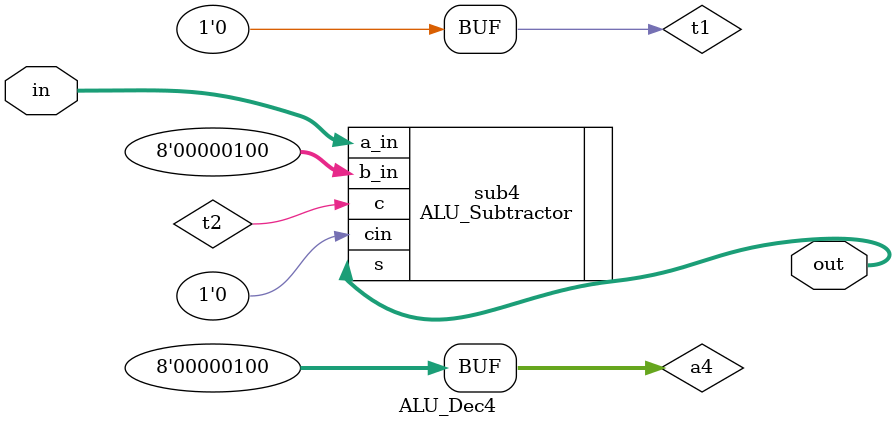
<source format=v>
`timescale 1ns / 1ps


module ALU_Dec4(in, out);
    input [7:0] in;
    output [7:0] out;
    
    wire [7:0] a4;
    wire t1, t2;
    
    assign t1 = 1'b0;
    assign a4 = 8'b00000100;
    
    ALU_Subtractor sub4(.a_in(in), .b_in(a4), .cin(t1), .s(out), .c(t2));
endmodule

</source>
